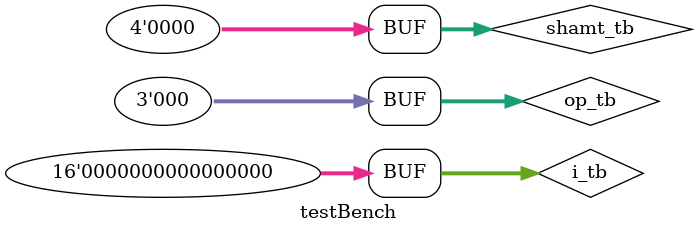
<source format=v>
`include "barrelShifter.v"
`timescale 1 ns/1 ps


module testBench;

 reg [15:0] i_tb;
 reg [3:0] shamt_tb;
 reg [2:0] op_tb;
 wire [15:0] o_tb;

  initial
  begin

    $dumpfile("barrelShifter.vcd");
    $dumpvars(0, testBench);

  end

  barrelShifter gfi(.i(i_tb), .shamt(shamt_tb), .op(op_tb), .o(o_tb));

  initial
  begin

      i_tb=16'b0;
      shamt_tb=3'b0;
      op_tb=3'b0;
    #5
    	i_tb=16'hABCD;
    	shamt_tb=3'd2;
    	op_tb=3'd0;
    #5
    	i_tb=16'hABCD;
    	shamt_tb=3'd2;
    	op_tb=3'd1;
    #5
    	i_tb=16'hABCD;
    	shamt_tb=3'd2;
    	op_tb=3'd2;
    #5
    	i_tb=16'hABCD;
    	shamt_tb=3'd2;
    	op_tb=3'd3;
    #5
    	i_tb=16'hABCD;
    	shamt_tb=3'd2;
    	op_tb=3'd4;
    #5
      i_tb=16'd32;
      shamt_tb=3'd3;
      op_tb=3'd3;
    #5
      i_tb=16'b0;
      shamt_tb=3'b0;
      op_tb=3'b0;
  end

endmodule

</source>
